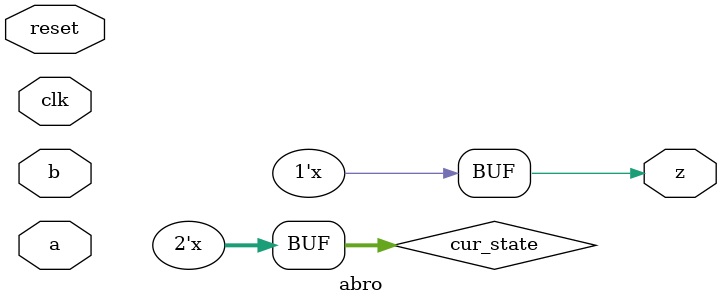
<source format=v>
module abro(
input clk,
input reset,
input a,
input b,
output z 
);
parameter IDLE = 0, SA = 1, SB = 2, SAB = 3;
reg [1:0] cur_state,next_state;
// Update state or reset on every clock edge.
// Output z is asserted 1 when the current state is SAB.
// Nest state generation logic:
// if input a and b both are high, state changes to SAB. 
// Otherwise, if the input is a or b is high, then the state 
// remains the same.
always @(*) begin 
	cur_state = next_state;
	if (a==1 && b==1) next_state = SAB; 
	else if (a==1 || b==1) next_state = cur_state; 
	else next_state = IDLE;
end
// Output logic:
assign z = (cur_state == SAB);
endmodule

</source>
